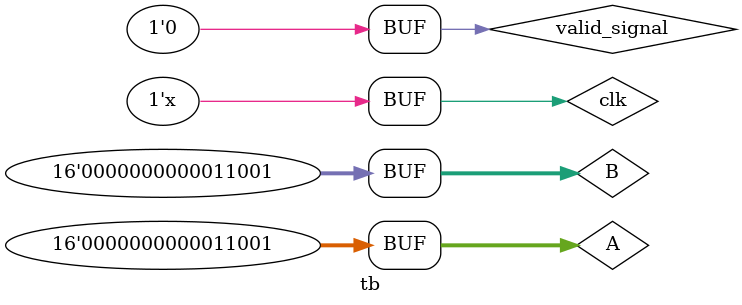
<source format=v>
module tb();
	reg [15:0] A,B;
	
	wire [31:0] result ;
	reg clk = 0;
	reg valid_signal = 0;
	wire ready_signal;
	reg [31:0] data;
	
	bus sdsubus(A,B,valid_signal,clk,ready_signal,result);
	
	always #5 clk = ~clk;
	
	initial begin
		#10;
		A = 25;
		B = 25;
		valid_signal = 1;
		#10;
		
		valid_signal = 1;
		#10;
		
		valid_signal = 0;
	end
	
	always@(posedge clk) begin
		if(ready_signal == 1) begin
			//do something with data
			data <= result;
		end
	end
endmodule 
</source>
